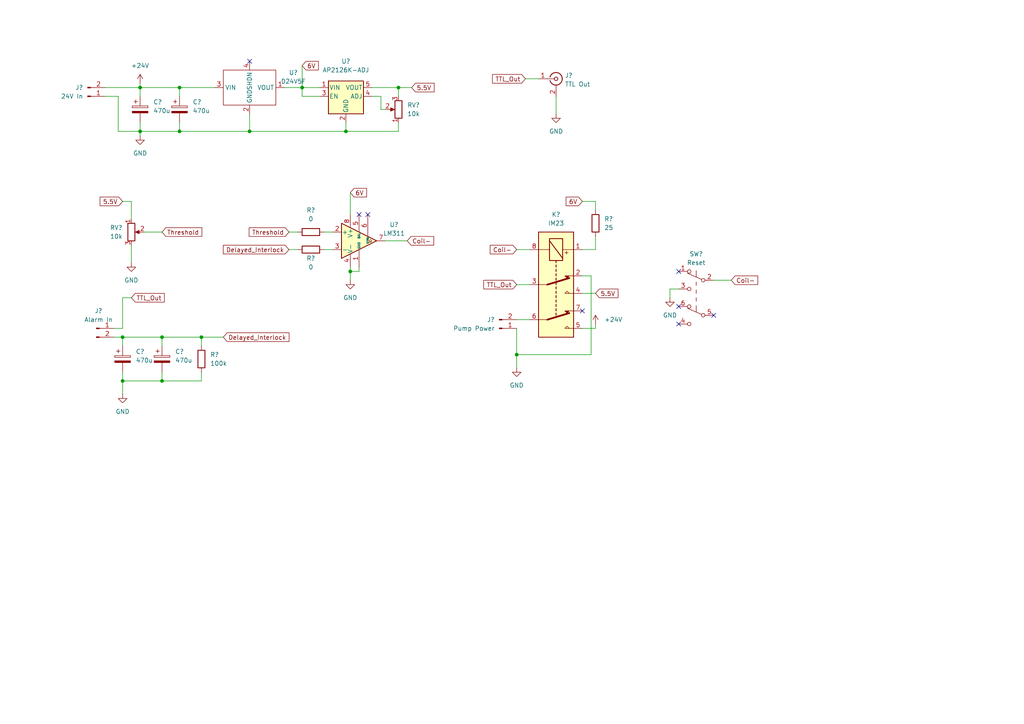
<source format=kicad_sch>
(kicad_sch (version 20211123) (generator eeschema)
  (paper "A4")
  (lib_symbols
    (symbol "Comparator:LM311" (pin_names (offset 0.127))
      (property "Reference" "U" (at 3.81 6.35 0))
      (property "Value" "LM311" (at 3.81 3.81 0))
      (symbol "LM311_0_1"
        (polyline (pts (xy 5.08 0) (xy -5.08 5.08) (xy -5.08 -5.08) (xy 5.08 0)) (stroke (width 0.254)) (fill (type background)))
        (polyline (pts (xy 3.683 -0.381) (xy 3.302 -0.381) (xy 3.683 0) (xy 3.302 0.381) (xy 2.921 0) (xy 3.302 -0.381) (xy 2.921 -0.381)) (stroke (width 0.127)))
      )
      (symbol "LM311_1_1"
        (pin passive line (at 0 -7.62 90) (length 5.08) (name "GND") (number "1"))
        (pin input line (at -7.62 2.54 0) (length 2.54) (name "+") (number "2"))
        (pin input line (at -7.62 -2.54 0) (length 2.54) (name "-") (number "3"))
        (pin power_in line (at -2.54 -7.62 90) (length 3.81) (name "V-") (number "4"))
        (pin input line (at 0 7.62 270) (length 5.08) (name "BAL") (number "5"))
        (pin input line (at 2.54 7.62 270) (length 6.35) (name "STRB") (number "6"))
        (pin open_collector line (at 7.62 0 180) (length 2.54) (name "~") (number "7"))
        (pin power_in line (at -2.54 7.62 270) (length 3.81) (name "V+") (number "8"))
      )
    )
    (symbol "Connector:Conn_01x02_Male" (pin_names (offset 1.016) hide)
      (property "Reference" "J" (at 0 2.54 0))
      (property "Value" "Conn_01x02_Male" (at 0 -5.08 0))
      (symbol "Conn_01x02_Male_1_1"
        (polyline (pts (xy 1.27 -2.54) (xy 0.8636 -2.54)) (stroke (width 0.1524)))
        (polyline (pts (xy 1.27 0) (xy 0.8636 0)) (stroke (width 0.1524)))
        (rectangle (start 0.8636 -2.413) (end 0 -2.667) (stroke (width 0.1524)) (fill (type outline)))
        (rectangle (start 0.8636 0.127) (end 0 -0.127) (stroke (width 0.1524)) (fill (type outline)))
        (pin passive line (at 5.08 0 180) (length 3.81) (name "Pin_1") (number "1"))
        (pin passive line (at 5.08 -2.54 180) (length 3.81) (name "Pin_2") (number "2"))
      )
    )
    (symbol "Connector:Conn_Coaxial" (pin_names (offset 1.016) hide)
      (property "Reference" "J" (at 0.254 3.048 0))
      (property "Value" "Conn_Coaxial" (at 2.921 0 90))
      (symbol "Conn_Coaxial_0_1"
        (arc (start -1.778 -0.508) (mid 0.2311 -1.8066) (end 1.778 0) (stroke (width 0.254)))
        (polyline (pts (xy -2.54 0) (xy -0.508 0)))
        (polyline (pts (xy 0 -2.54) (xy 0 -1.778)))
        (circle (center 0 0) (radius 0.508) (stroke (width 0.2032)))
        (arc (start 1.778 0) (mid 0.2099 1.8101) (end -1.778 0.508) (stroke (width 0.254)))
      )
      (symbol "Conn_Coaxial_1_1"
        (pin passive line (at -5.08 0 0) (length 2.54) (name "In") (number "1"))
        (pin passive line (at 0 -5.08 90) (length 2.54) (name "Ext") (number "2"))
      )
    )
    (symbol "Device:C_Polarized" (pin_numbers hide) (pin_names (offset 0.254))
      (property "Reference" "C" (at 0.635 2.54 0))
      (property "Value" "C_Polarized" (at 0.635 -2.54 0))
      (symbol "C_Polarized_0_1"
        (rectangle (start -2.286 0.508) (end 2.286 1.016))
        (polyline (pts (xy -1.778 2.286) (xy -0.762 2.286)))
        (polyline (pts (xy -1.27 2.794) (xy -1.27 1.778)))
        (rectangle (start 2.286 -0.508) (end -2.286 -1.016) (fill (type outline)))
      )
      (symbol "C_Polarized_1_1"
        (pin passive line (at 0 3.81 270) (length 2.794) (name "~") (number "1"))
        (pin passive line (at 0 -3.81 90) (length 2.794) (name "~") (number "2"))
      )
    )
    (symbol "Device:R" (pin_numbers hide) (pin_names (offset 0))
      (property "Reference" "R" (at 2.032 0 90))
      (property "Value" "R" (at 0 0 90))
      (symbol "R_0_1"
        (rectangle (start -1.016 -2.54) (end 1.016 2.54) (stroke (width 0.254)))
      )
      (symbol "R_1_1"
        (pin passive line (at 0 3.81 270) (length 1.27) (name "~") (number "1"))
        (pin passive line (at 0 -3.81 90) (length 1.27) (name "~") (number "2"))
      )
    )
    (symbol "Device:R_Potentiometer" (pin_names (offset 1.016) hide)
      (property "Reference" "RV" (at -4.445 0 90))
      (property "Value" "R_Potentiometer" (at -2.54 0 90))
      (symbol "R_Potentiometer_0_1"
        (polyline (pts (xy 2.54 0) (xy 1.524 0)))
        (polyline (pts (xy 1.143 0) (xy 2.286 0.508) (xy 2.286 -0.508) (xy 1.143 0)) (fill (type outline)))
        (rectangle (start 1.016 2.54) (end -1.016 -2.54) (stroke (width 0.254)))
      )
      (symbol "R_Potentiometer_1_1"
        (pin passive line (at 0 3.81 270) (length 1.27) (name "1") (number "1"))
        (pin passive line (at 3.81 0 180) (length 1.27) (name "2") (number "2"))
        (pin passive line (at 0 -3.81 90) (length 1.27) (name "3") (number "3"))
      )
    )
    (symbol "Relay:IM23"
      (property "Reference" "K" (at 16.51 3.81 0))
      (property "Value" "IM23" (at 16.51 1.27 0))
      (symbol "IM23_0_0"
        (text "+" (at -9.271 2.921 0) (effects (font (size 1.27 1.27))))
      )
      (symbol "IM23_0_1"
        (rectangle (start -15.24 5.08) (end 15.24 -5.08) (stroke (width 0.254)) (fill (type background)))
        (rectangle (start -13.335 1.905) (end -6.985 -1.905) (stroke (width 0.254)))
        (polyline (pts (xy -12.7 -1.905) (xy -7.62 1.905)) (stroke (width 0.254)))
        (polyline (pts (xy -10.16 -5.08) (xy -10.16 -1.905)))
        (polyline (pts (xy -10.16 5.08) (xy -10.16 1.905)))
        (polyline (pts (xy -6.985 0) (xy -6.35 0)) (stroke (width 0.254)))
        (polyline (pts (xy -5.715 0) (xy -5.08 0)) (stroke (width 0.254)))
        (polyline (pts (xy -4.445 0) (xy -3.81 0)) (stroke (width 0.254)))
        (polyline (pts (xy -3.175 0) (xy -2.54 0)) (stroke (width 0.254)))
        (polyline (pts (xy -1.905 0) (xy -1.27 0)) (stroke (width 0.254)))
        (polyline (pts (xy -0.635 0) (xy 0 0)) (stroke (width 0.254)))
        (polyline (pts (xy 0 -2.54) (xy -1.905 3.81)) (stroke (width 0.508)))
        (polyline (pts (xy 0 -2.54) (xy 0 -5.08)))
        (polyline (pts (xy 0.635 0) (xy 1.27 0)) (stroke (width 0.254)))
        (polyline (pts (xy 1.905 0) (xy 2.54 0)) (stroke (width 0.254)))
        (polyline (pts (xy 3.175 0) (xy 3.81 0)) (stroke (width 0.254)))
        (polyline (pts (xy 4.445 0) (xy 5.08 0)) (stroke (width 0.254)))
        (polyline (pts (xy 5.715 0) (xy 6.35 0)) (stroke (width 0.254)))
        (polyline (pts (xy 6.985 0) (xy 7.62 0)) (stroke (width 0.254)))
        (polyline (pts (xy 8.255 0) (xy 8.89 0)) (stroke (width 0.254)))
        (polyline (pts (xy 10.16 -2.54) (xy 8.255 3.81)) (stroke (width 0.508)))
        (polyline (pts (xy 10.16 -2.54) (xy 10.16 -5.08)))
        (polyline (pts (xy -2.54 5.08) (xy -2.54 2.54) (xy -1.905 3.175) (xy -2.54 3.81)) (fill (type outline)))
        (polyline (pts (xy 2.54 5.08) (xy 2.54 2.54) (xy 1.905 3.175) (xy 2.54 3.81)))
        (polyline (pts (xy 7.62 5.08) (xy 7.62 2.54) (xy 8.255 3.175) (xy 7.62 3.81)) (fill (type outline)))
        (polyline (pts (xy 12.7 5.08) (xy 12.7 2.54) (xy 12.065 3.175) (xy 12.7 3.81)))
      )
      (symbol "IM23_1_1"
        (pin passive line (at -10.16 7.62 270) (length 2.54) (name "~") (number "1"))
        (pin passive line (at -2.54 7.62 270) (length 2.54) (name "~") (number "2"))
        (pin passive line (at 0 -7.62 90) (length 2.54) (name "~") (number "3"))
        (pin passive line (at 2.54 7.62 270) (length 2.54) (name "~") (number "4"))
        (pin passive line (at 12.7 7.62 270) (length 2.54) (name "~") (number "5"))
        (pin passive line (at 10.16 -7.62 90) (length 2.54) (name "~") (number "6"))
        (pin passive line (at 7.62 7.62 270) (length 2.54) (name "~") (number "7"))
        (pin passive line (at -10.16 -7.62 90) (length 2.54) (name "~") (number "8"))
      )
    )
    (symbol "Switch2:SW_Push_DPDT2" (pin_names (offset 0) hide)
      (property "Reference" "SW" (at 0 8.89 0))
      (property "Value" "SW_Push_DPDT2" (at 0 -10.16 0))
      (symbol "SW_Push_DPDT2_0_0"
        (circle (center -2.032 -5.08) (radius 0.508))
        (circle (center -2.032 5.08) (radius 0.508))
        (circle (center 2.032 -7.62) (radius 0.508))
        (circle (center 2.032 2.54) (radius 0.508))
      )
      (symbol "SW_Push_DPDT2_0_1"
        (polyline (pts (xy -1.524 -4.826) (xy 2.54 -3.048)))
        (polyline (pts (xy -1.524 5.334) (xy 2.54 7.112)))
        (polyline (pts (xy 0 -2.286) (xy 0 -4.064)))
        (polyline (pts (xy 0 -1.016) (xy 0 0)))
        (polyline (pts (xy 0 1.27) (xy 0 2.286)))
        (polyline (pts (xy 0 3.556) (xy 0 4.572)))
        (polyline (pts (xy 0 7.874) (xy 0 6.096)))
        (circle (center 2.032 -2.54) (radius 0.508))
        (circle (center 2.032 7.62) (radius 0.508))
      )
      (symbol "SW_Push_DPDT2_1_1"
        (pin passive line (at 5.08 7.62 180) (length 2.54) (name "A") (number "1"))
        (pin passive line (at -5.08 5.08 0) (length 2.54) (name "B") (number "2"))
        (pin passive line (at 5.08 2.54 180) (length 2.54) (name "C") (number "3"))
        (pin passive line (at 5.08 -7.62 180) (length 2.54) (name "C") (number "4"))
        (pin passive line (at -5.08 -5.08 0) (length 2.54) (name "B") (number "5"))
        (pin passive line (at 5.08 -2.54 180) (length 2.54) (name "A") (number "6"))
      )
    )
    (symbol "power:+24V" (power) (pin_names (offset 0))
      (property "Value" "+24V" (at 0 3.556 0))
      (symbol "+24V_0_1"
        (polyline (pts (xy -0.762 1.27) (xy 0 2.54)))
        (polyline (pts (xy 0 0) (xy 0 2.54)))
        (polyline (pts (xy 0 2.54) (xy 0.762 1.27)))
      )
      (symbol "+24V_1_1"
        (pin power_in line (at 0 0 90) (length 0) hide (name "+24V") (number "1"))
      )
    )
    (symbol "power:GND" (power) (pin_names (offset 0))
      (property "Value" "GND" (at 0 -3.81 0))
      (symbol "GND_0_1"
        (polyline (pts (xy 0 0) (xy 0 -1.27) (xy 1.27 -1.27) (xy 0 -2.54) (xy -1.27 -1.27) (xy 0 -1.27)))
      )
      (symbol "GND_1_1"
        (pin power_in line (at 0 0 270) (length 0) hide (name "GND") (number "1"))
      )
    )
    (symbol "regulator:AP2126K-ADJ" (pin_names (offset 0.254))
      (property "Reference" "U" (at -5.08 5.715 0))
      (property "Value" "AP2126K-ADJ" (at 0 5.715 0))
      (symbol "AP2126K-ADJ_0_1"
        (rectangle (start -5.08 4.445) (end 5.08 -5.08) (stroke (width 0.254)) (fill (type background)))
      )
      (symbol "AP2126K-ADJ_1_1"
        (pin power_in line (at -7.62 2.54 0) (length 2.54) (name "VIN") (number "1"))
        (pin power_in line (at 0 -7.62 90) (length 2.54) (name "GND") (number "2"))
        (pin input line (at -7.62 0 0) (length 2.54) (name "EN") (number "3"))
        (pin input line (at 7.62 0 180) (length 2.54) (name "ADJ") (number "4"))
        (pin power_out line (at 7.62 2.54 180) (length 2.54) (name "VOUT") (number "5"))
      )
    )
    (symbol "regulator:D24V5F"
      (property "Reference" "U" (at 2.54 -6.35 0))
      (property "Value" "D24V5F" (at 3.81 6.35 0))
      (symbol "D24V5F_0_1"
        (rectangle (start -7.62 5.08) (end 7.62 -5.08))
      )
      (symbol "D24V5F_1_1"
        (pin output line (at 10.16 0 180) (length 2.54) (name "VOUT") (number "1"))
        (pin bidirectional line (at 0 -7.62 90) (length 2.54) (name "GND") (number "2"))
        (pin input line (at -10.16 0 0) (length 2.54) (name "VIN") (number "3"))
        (pin input line (at 0 7.62 270) (length 2.54) (name "SHDN") (number "4"))
      )
    )
  )
  (junction (at 35.56 97.79))
  (junction (at 46.99 97.79))
  (junction (at 52.07 25.4))
  (junction (at 101.6 78.74))
  (junction (at 35.56 110.49))
  (junction (at 72.39 38.1))
  (junction (at 40.64 38.1))
  (junction (at 100.33 38.1))
  (junction (at 40.64 25.4))
  (junction (at 46.99 110.49))
  (junction (at 149.86 102.87))
  (junction (at 87.63 25.4))
  (junction (at 58.42 97.79))
  (junction (at 115.57 25.4))
  (junction (at 52.07 38.1))
  (no_connect (at 196.85 93.98))
  (no_connect (at 168.91 90.17))
  (no_connect (at 207.01 91.44))
  (no_connect (at 106.68 62.23))
  (no_connect (at 72.39 17.78))
  (no_connect (at 104.14 62.23))
  (no_connect (at 196.85 88.9))
  (no_connect (at 196.85 78.74))
  (wire (pts (xy 207.01 81.28) (xy 212.09 81.28)))
  (wire (pts (xy 40.64 25.4) (xy 52.07 25.4)))
  (wire (pts (xy 40.64 35.56) (xy 40.64 38.1)))
  (wire (pts (xy 149.86 72.39) (xy 153.67 72.39)))
  (wire (pts (xy 152.4 22.86) (xy 156.21 22.86)))
  (wire (pts (xy 104.14 77.47) (xy 104.14 78.74)))
  (wire (pts (xy 161.29 27.94) (xy 161.29 33.02)))
  (wire (pts (xy 35.56 110.49) (xy 46.99 110.49)))
  (wire (pts (xy 168.91 85.09) (xy 172.72 85.09)))
  (wire (pts (xy 168.91 72.39) (xy 172.72 72.39)))
  (wire (pts (xy 52.07 38.1) (xy 52.07 35.56)))
  (wire (pts (xy 40.64 38.1) (xy 52.07 38.1)))
  (wire (pts (xy 194.31 83.82) (xy 196.85 83.82)))
  (wire (pts (xy 58.42 110.49) (xy 46.99 110.49)))
  (wire (pts (xy 34.29 38.1) (xy 40.64 38.1)))
  (wire (pts (xy 149.86 82.55) (xy 153.67 82.55)))
  (wire (pts (xy 35.56 95.25) (xy 33.02 95.25)))
  (wire (pts (xy 40.64 38.1) (xy 40.64 39.37)))
  (wire (pts (xy 171.45 102.87) (xy 149.86 102.87)))
  (wire (pts (xy 87.63 25.4) (xy 87.63 27.94)))
  (wire (pts (xy 52.07 38.1) (xy 72.39 38.1)))
  (wire (pts (xy 104.14 78.74) (xy 101.6 78.74)))
  (wire (pts (xy 194.31 86.36) (xy 194.31 83.82)))
  (wire (pts (xy 52.07 25.4) (xy 52.07 27.94)))
  (wire (pts (xy 115.57 25.4) (xy 115.57 27.94)))
  (wire (pts (xy 107.95 25.4) (xy 115.57 25.4)))
  (wire (pts (xy 72.39 38.1) (xy 72.39 33.02)))
  (wire (pts (xy 101.6 78.74) (xy 101.6 81.28)))
  (wire (pts (xy 35.56 58.42) (xy 38.1 58.42)))
  (wire (pts (xy 110.49 31.75) (xy 111.76 31.75)))
  (wire (pts (xy 30.48 25.4) (xy 40.64 25.4)))
  (wire (pts (xy 30.48 27.94) (xy 34.29 27.94)))
  (wire (pts (xy 35.56 97.79) (xy 35.56 100.33)))
  (wire (pts (xy 87.63 27.94) (xy 92.71 27.94)))
  (wire (pts (xy 35.56 107.95) (xy 35.56 110.49)))
  (wire (pts (xy 33.02 97.79) (xy 35.56 97.79)))
  (wire (pts (xy 100.33 38.1) (xy 115.57 38.1)))
  (wire (pts (xy 52.07 25.4) (xy 62.23 25.4)))
  (wire (pts (xy 172.72 95.25) (xy 168.91 95.25)))
  (wire (pts (xy 41.91 67.31) (xy 46.99 67.31)))
  (wire (pts (xy 87.63 25.4) (xy 92.71 25.4)))
  (wire (pts (xy 83.82 67.31) (xy 86.36 67.31)))
  (wire (pts (xy 149.86 102.87) (xy 149.86 106.68)))
  (wire (pts (xy 58.42 107.95) (xy 58.42 110.49)))
  (wire (pts (xy 93.98 72.39) (xy 96.52 72.39)))
  (wire (pts (xy 111.76 69.85) (xy 118.11 69.85)))
  (wire (pts (xy 46.99 97.79) (xy 58.42 97.79)))
  (wire (pts (xy 38.1 71.12) (xy 38.1 76.2)))
  (wire (pts (xy 82.55 25.4) (xy 87.63 25.4)))
  (wire (pts (xy 46.99 107.95) (xy 46.99 110.49)))
  (wire (pts (xy 40.64 24.13) (xy 40.64 25.4)))
  (wire (pts (xy 168.91 58.42) (xy 172.72 58.42)))
  (wire (pts (xy 107.95 27.94) (xy 110.49 27.94)))
  (wire (pts (xy 100.33 35.56) (xy 100.33 38.1)))
  (wire (pts (xy 149.86 95.25) (xy 149.86 102.87)))
  (wire (pts (xy 100.33 38.1) (xy 72.39 38.1)))
  (wire (pts (xy 171.45 80.01) (xy 171.45 102.87)))
  (wire (pts (xy 35.56 86.36) (xy 35.56 95.25)))
  (wire (pts (xy 34.29 27.94) (xy 34.29 38.1)))
  (wire (pts (xy 38.1 86.36) (xy 35.56 86.36)))
  (wire (pts (xy 83.82 72.39) (xy 86.36 72.39)))
  (wire (pts (xy 168.91 80.01) (xy 171.45 80.01)))
  (wire (pts (xy 115.57 25.4) (xy 119.38 25.4)))
  (wire (pts (xy 58.42 97.79) (xy 64.77 97.79)))
  (wire (pts (xy 172.72 68.58) (xy 172.72 72.39)))
  (wire (pts (xy 38.1 58.42) (xy 38.1 63.5)))
  (wire (pts (xy 35.56 110.49) (xy 35.56 114.3)))
  (wire (pts (xy 58.42 97.79) (xy 58.42 100.33)))
  (wire (pts (xy 35.56 97.79) (xy 46.99 97.79)))
  (wire (pts (xy 40.64 25.4) (xy 40.64 27.94)))
  (wire (pts (xy 87.63 19.05) (xy 87.63 25.4)))
  (wire (pts (xy 101.6 77.47) (xy 101.6 78.74)))
  (wire (pts (xy 172.72 58.42) (xy 172.72 60.96)))
  (wire (pts (xy 149.86 92.71) (xy 153.67 92.71)))
  (wire (pts (xy 93.98 67.31) (xy 96.52 67.31)))
  (wire (pts (xy 46.99 97.79) (xy 46.99 100.33)))
  (wire (pts (xy 110.49 27.94) (xy 110.49 31.75)))
  (wire (pts (xy 101.6 55.88) (xy 101.6 62.23)))
  (wire (pts (xy 115.57 38.1) (xy 115.57 35.56)))
  (wire (pts (xy 172.72 93.98) (xy 172.72 95.25)))
  (global_label "5.5V" (shape input) (at 119.38 25.4 0) (property "插入图纸页参考" "${INTERSHEET_REFS}" (effects hide)))
  (global_label "Delayed_Interlock" (shape input) (at 64.77 97.79 0) (property "插入图纸页参考" "${INTERSHEET_REFS}" (effects hide)))
  (global_label "6V" (shape input) (at 101.6 55.88 0) (property "插入图纸页参考" "${INTERSHEET_REFS}" (effects hide)))
  (global_label "Coil-" (shape input) (at 118.11 69.85 0) (property "插入图纸页参考" "${INTERSHEET_REFS}" (effects hide)))
  (global_label "5.5V" (shape input) (at 172.72 85.09 0) (property "插入图纸页参考" "${INTERSHEET_REFS}" (effects hide)))
  (global_label "Coil-" (shape input) (at 212.09 81.28 0) (property "插入图纸页参考" "${INTERSHEET_REFS}" (effects hide)))
  (global_label "Threshold" (shape input) (at 83.82 67.31 180) (property "插入图纸页参考" "${INTERSHEET_REFS}" (effects hide)))
  (global_label "TTL_Out" (shape input) (at 149.86 82.55 180) (property "插入图纸页参考" "${INTERSHEET_REFS}" (effects hide)))
  (global_label "5.5V" (shape input) (at 35.56 58.42 180) (property "插入图纸页参考" "${INTERSHEET_REFS}" (effects hide)))
  (global_label "6V" (shape input) (at 87.63 19.05 0) (property "插入图纸页参考" "${INTERSHEET_REFS}" (effects hide)))
  (global_label "6V" (shape input) (at 168.91 58.42 180) (property "插入图纸页参考" "${INTERSHEET_REFS}" (effects hide)))
  (global_label "TTL_Out" (shape input) (at 152.4 22.86 180) (property "插入图纸页参考" "${INTERSHEET_REFS}" (effects hide)))
  (global_label "TTL_Out" (shape input) (at 38.1 86.36 0) (property "插入图纸页参考" "${INTERSHEET_REFS}" (effects hide)))
  (global_label "Delayed_Interlock" (shape input) (at 83.82 72.39 180) (property "插入图纸页参考" "${INTERSHEET_REFS}" (effects hide)))
  (global_label "Threshold" (shape input) (at 46.99 67.31 0) (property "插入图纸页参考" "${INTERSHEET_REFS}" (effects hide)))
  (global_label "Coil-" (shape input) (at 149.86 72.39 180) (property "插入图纸页参考" "${INTERSHEET_REFS}" (effects hide)))
  (symbol (lib_id "Device:R") (at 90.17 67.31 90) (unit 1)
    (property "Reference" "R?" (at 90.17 60.96 90))
    (property "Value" "0" (at 90.17 63.5 90))
  )
  (symbol (lib_id "power:GND") (at 194.31 86.36 0) (unit 1)
    (property "Reference" "#PWR?" (effects hide))
    (property "Value" "GND" (at 194.31 91.44 0))
  )
  (symbol (lib_id "power:GND") (at 40.64 39.37 0) (unit 1)
    (property "Reference" "#PWR?" (effects hide))
    (property "Value" "GND" (at 40.64 44.45 0))
  )
  (symbol (lib_id "power:GND") (at 149.86 106.68 0) (mirror y) (unit 1)
    (property "Reference" "#PWR?" (effects hide))
    (property "Value" "GND" (at 149.86 111.76 0))
  )
  (symbol (lib_id "Device:C_Polarized") (at 35.56 104.14 0) (unit 1)
    (property "Reference" "C?" (at 39.37 101.9809 0) (effects (justify left)))
    (property "Value" "470u" (at 39.37 104.5209 0) (effects (justify left)))
  )
  (symbol (lib_id "Device:R") (at 58.42 104.14 0) (unit 1)
    (property "Reference" "R?" (at 60.96 102.8699 0) (effects (justify left)))
    (property "Value" "100k" (at 60.96 105.4099 0) (effects (justify left)))
  )
  (symbol (lib_id "Device:R") (at 90.17 72.39 90) (unit 1)
    (property "Reference" "R?" (at 90.17 74.93 90))
    (property "Value" "0" (at 90.17 77.47 90))
  )
  (symbol (lib_id "power:GND") (at 161.29 33.02 0) (unit 1)
    (property "Reference" "#PWR?" (effects hide))
    (property "Value" "GND" (at 161.29 38.1 0))
  )
  (symbol (lib_id "Connector:Conn_01x02_Male") (at 27.94 95.25 0) (unit 1)
    (property "Reference" "J?" (at 28.575 90.17 0))
    (property "Value" "Alarm In" (at 28.575 92.71 0))
  )
  (symbol (lib_id "Device:C_Polarized") (at 40.64 31.75 0) (unit 1)
    (property "Reference" "C?" (at 44.45 29.5909 0) (effects (justify left)))
    (property "Value" "470u" (at 44.45 32.1309 0) (effects (justify left)))
  )
  (symbol (lib_id "Relay:IM23") (at 161.29 82.55 270) (unit 1)
    (property "Reference" "K?" (at 161.29 62.23 90))
    (property "Value" "IM23" (at 161.29 64.77 90))
    (property "Datasheet" "http://www.te.com/commerce/DocumentDelivery/DDEController?Action=srchrtrv&DocNm=108-98001&DocType=SS&DocLang=EN" (effects hide))
  )
  (symbol (lib_id "Switch2:SW_Push_DPDT2") (at 201.93 86.36 0) (mirror y) (unit 1)
    (property "Reference" "SW?" (at 201.93 73.66 0))
    (property "Value" "Reset" (at 201.93 76.2 0))
  )
  (symbol (lib_id "Comparator:LM311") (at 104.14 69.85 0) (unit 1)
    (property "Reference" "U?" (at 114.3 65.151 0))
    (property "Value" "LM311" (at 114.3 67.691 0))
    (property "Datasheet" "https://www.st.com/resource/en/datasheet/lm311.pdf" (effects hide))
  )
  (symbol (lib_id "Connector:Conn_01x02_Male") (at 144.78 95.25 0) (mirror x) (unit 1)
    (property "Reference" "J?" (at 143.51 92.7099 0) (effects (justify right)))
    (property "Value" "Pump Power" (at 143.51 95.2499 0) (effects (justify right)))
  )
  (symbol (lib_id "Connector:Conn_01x02_Male") (at 25.4 27.94 0) (mirror x) (unit 1)
    (property "Reference" "J?" (at 24.13 25.3999 0) (effects (justify right)))
    (property "Value" "24V In" (at 24.13 27.9399 0) (effects (justify right)))
  )
  (symbol (lib_id "power:+24V") (at 40.64 24.13 0) (unit 1)
    (property "Reference" "#PWR?" (effects hide))
    (property "Value" "+24V" (at 40.64 19.05 0))
  )
  (symbol (lib_id "Device:R_Potentiometer") (at 115.57 31.75 180) (unit 1)
    (property "Reference" "RV?" (at 118.11 30.4799 0) (effects (justify right)))
    (property "Value" "10k" (at 118.11 33.0199 0) (effects (justify right)))
  )
  (symbol (lib_id "regulator:AP2126K-ADJ") (at 100.33 27.94 0) (unit 1)
    (property "Reference" "U?" (at 100.33 17.78 0))
    (property "Value" "AP2126K-ADJ" (at 100.33 20.32 0))
    (property "Footprint" "Package_TO_SOT_SMD:SOT-23-5" (effects hide))
    (property "Datasheet" "https://www.diodes.com/assets/Datasheets/AP2126.pdf" (effects hide))
  )
  (symbol (lib_id "regulator:D24V5F") (at 72.39 25.4 0) (unit 1)
    (property "Reference" "U?" (at 85.09 21.0693 0))
    (property "Value" "D24V5F" (at 85.09 23.6093 0))
    (property "Datasheet" "https://www.pololu.com/product-info-merged/2844" (effects hide))
  )
  (symbol (lib_id "power:GND") (at 38.1 76.2 0) (unit 1)
    (property "Reference" "#PWR?" (effects hide))
    (property "Value" "GND" (at 38.1 81.28 0))
  )
  (symbol (lib_id "power:GND") (at 35.56 114.3 0) (unit 1)
    (property "Reference" "#PWR?" (effects hide))
    (property "Value" "GND" (at 35.56 119.38 0))
  )
  (symbol (lib_id "Device:C_Polarized") (at 46.99 104.14 0) (unit 1)
    (property "Reference" "C?" (at 50.8 101.9809 0) (effects (justify left)))
    (property "Value" "470u" (at 50.8 104.5209 0) (effects (justify left)))
  )
  (symbol (lib_id "power:+24V") (at 172.72 93.98 0) (unit 1)
    (property "Reference" "#PWR?" (effects hide))
    (property "Value" "+24V" (at 175.26 92.7099 0) (effects (justify left)))
  )
  (symbol (lib_id "Device:R") (at 172.72 64.77 180) (unit 1)
    (property "Reference" "R?" (at 175.26 63.4999 0) (effects (justify right)))
    (property "Value" "25" (at 175.26 66.0399 0) (effects (justify right)))
  )
  (symbol (lib_id "power:GND") (at 101.6 81.28 0) (unit 1)
    (property "Reference" "#PWR?" (effects hide))
    (property "Value" "GND" (at 101.6 86.36 0))
  )
  (symbol (lib_id "Connector:Conn_Coaxial") (at 161.29 22.86 0) (unit 1)
    (property "Reference" "J?" (at 163.83 21.8831 0) (effects (justify left)))
    (property "Value" "TTL Out" (at 163.83 24.4231 0) (effects (justify left)))
    (property "Datasheet" " ~" (effects hide))
  )
  (symbol (lib_id "Device:C_Polarized") (at 52.07 31.75 0) (unit 1)
    (property "Reference" "C?" (at 55.88 29.5909 0) (effects (justify left)))
    (property "Value" "470u" (at 55.88 32.1309 0) (effects (justify left)))
  )
  (symbol (lib_id "Device:R_Potentiometer") (at 38.1 67.31 0) (unit 1)
    (property "Reference" "RV?" (at 35.56 66.0399 0) (effects (justify right)))
    (property "Value" "10k" (at 35.56 68.5799 0) (effects (justify right)))
  )
)
</source>
